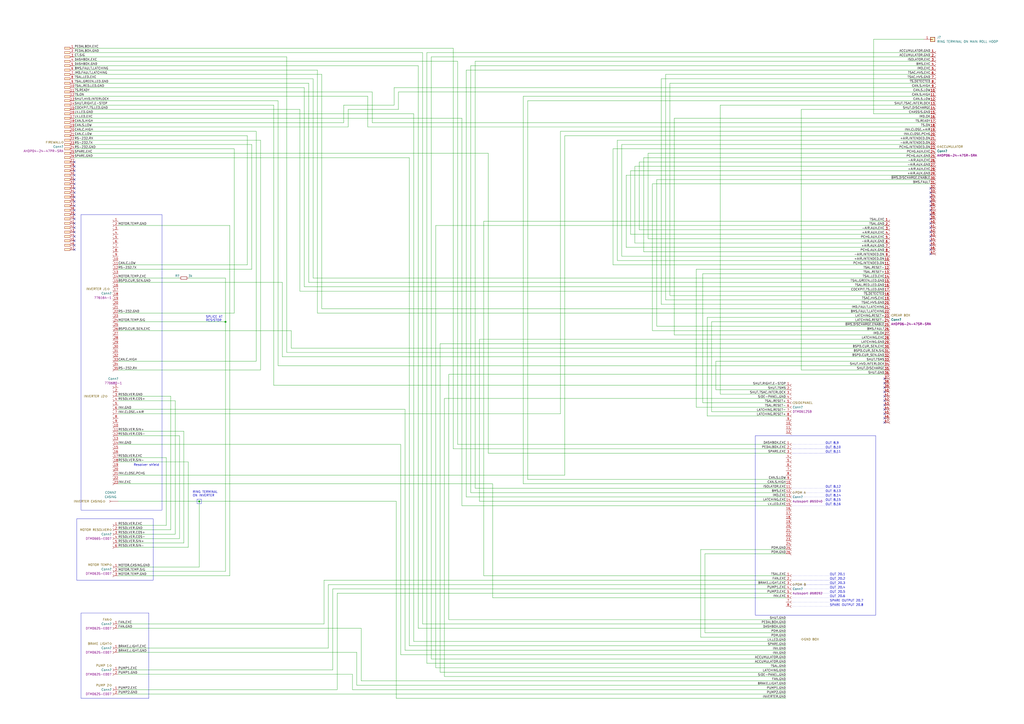
<source format=kicad_sch>
(kicad_sch (version 20231120) (generator "eeschema") (generator_version "8.0")
  (paper "A2")
  (title_block (title "LOOM - REAR"))
  (lib_symbols
    (symbol "Connector:Conn_01x01_Socket" (pin_numbers hide) (pin_names (offset 1.016) hide)
      (property "Reference" "J" (at 0 2.54 0))
      (property "Value" "Conn_01x01_Socket" (at 0 -2.54 0))
      (symbol "Conn_01x01_Socket_1_1"
        (pin passive line (at -5.08 0 0) (length 3.81) (name "Pin_1") (number "1"))
      )
    )
    (symbol "Connector_Generic:Conn_01x01" (pin_names (offset 1.016) hide)
      (property "Reference" "J" (at 0 2.54 0))
      (property "Value" "Conn_01x01" (at 0 -2.54 0))
      (symbol "Conn_01x01_1_1"
        (pin passive line (at -5.08 0 0) (length 3.81) (name "Pin_1") (number "1"))
      )
    )
    (symbol "Connectors_SUFST:AMPHENOL-47P-Pannel"
      (property "Reference" "Conn" (at 0 -1.905 0))
      (property "P/N" "AHDP04-24-47PR-SRA" (at 0 0 0))
      (symbol "AMPHENOL-47P-Pannel_1_1"
        (pin input line (at 1.905 -4.445 180) (length 2.54) (name "") (number "1"))
        (pin input line (at 1.905 -27.305 180) (length 2.54) (name "") (number "10"))
        (pin input line (at 1.905 -29.845 180) (length 2.54) (name "") (number "11"))
        (pin input line (at 1.905 -32.385 180) (length 2.54) (name "") (number "12"))
        (pin input line (at 1.905 -34.925 180) (length 2.54) (name "") (number "13"))
        (pin input line (at 1.905 -37.465 180) (length 2.54) (name "") (number "14"))
        (pin input line (at 1.905 -40.005 180) (length 2.54) (name "") (number "15"))
        (pin input line (at 1.905 -42.545 180) (length 2.54) (name "") (number "16"))
        (pin input line (at 1.905 -45.085 180) (length 2.54) (name "") (number "17"))
        (pin input line (at 1.905 -47.625 180) (length 2.54) (name "") (number "18"))
        (pin input line (at 1.905 -50.165 180) (length 2.54) (name "") (number "19"))
        (pin input line (at 1.905 -6.985 180) (length 2.54) (name "") (number "2"))
        (pin input line (at 1.905 -52.705 180) (length 2.54) (name "") (number "20"))
        (pin input line (at 1.905 -55.245 180) (length 2.54) (name "") (number "21"))
        (pin input line (at 1.905 -57.785 180) (length 2.54) (name "") (number "22"))
        (pin input line (at 1.905 -60.325 180) (length 2.54) (name "") (number "23"))
        (pin input line (at 1.905 -62.865 180) (length 2.54) (name "") (number "24"))
        (pin input line (at 1.905 -65.405 180) (length 2.54) (name "") (number "25"))
        (pin input line (at 1.905 -67.945 180) (length 2.54) (name "") (number "26"))
        (pin input line (at 1.905 -70.485 180) (length 2.54) (name "") (number "27"))
        (pin input line (at 1.905 -73.025 180) (length 2.54) (name "") (number "28"))
        (pin input line (at 1.905 -75.565 180) (length 2.54) (name "") (number "29"))
        (pin input line (at 1.905 -9.525 180) (length 2.54) (name "") (number "3"))
        (pin input line (at 1.905 -78.105 180) (length 2.54) (name "") (number "30"))
        (pin input line (at 1.905 -80.645 180) (length 2.54) (name "") (number "31"))
        (pin input line (at 1.905 -83.185 180) (length 2.54) (name "") (number "32"))
        (pin input line (at 1.905 -85.725 180) (length 2.54) (name "") (number "33"))
        (pin input line (at 1.905 -88.265 180) (length 2.54) (name "") (number "34"))
        (pin input line (at 1.905 -90.805 180) (length 2.54) (name "") (number "35"))
        (pin input line (at 1.905 -93.345 180) (length 2.54) (name "") (number "36"))
        (pin input line (at 1.905 -95.885 180) (length 2.54) (name "") (number "37"))
        (pin input line (at 1.905 -98.425 180) (length 2.54) (name "") (number "38"))
        (pin input line (at 1.905 -100.965 180) (length 2.54) (name "") (number "39"))
        (pin input line (at 1.905 -12.065 180) (length 2.54) (name "") (number "4"))
        (pin input line (at 1.905 -103.505 180) (length 2.54) (name "") (number "40"))
        (pin input line (at 1.905 -106.045 180) (length 2.54) (name "") (number "41"))
        (pin input line (at 1.905 -108.585 180) (length 2.54) (name "") (number "42"))
        (pin input line (at 1.905 -111.125 180) (length 2.54) (name "") (number "43"))
        (pin input line (at 1.905 -113.665 180) (length 2.54) (name "") (number "44"))
        (pin input line (at 1.905 -116.205 180) (length 2.54) (name "") (number "45"))
        (pin input line (at 1.905 -118.745 180) (length 2.54) (name "") (number "46"))
        (pin input line (at 1.905 -121.285 180) (length 2.54) (name "") (number "47"))
        (pin input line (at 1.905 -14.605 180) (length 2.54) (name "") (number "5"))
        (pin input line (at 1.905 -17.145 180) (length 2.54) (name "") (number "6"))
        (pin input line (at 1.905 -19.685 180) (length 2.54) (name "") (number "7"))
        (pin input line (at 1.905 -22.225 180) (length 2.54) (name "") (number "8"))
        (pin input line (at 1.905 -24.765 180) (length 2.54) (name "") (number "9"))
      )
    )
    (symbol "Connectors_SUFST:AMPHENOL-47P-Recepticle"
      (property "Reference" "Conn" (at 0 0.635 0))
      (property "P/N" "AHDP06-24-47SR-SRA" (at 0 0 0))
      (symbol "AMPHENOL-47P-Recepticle_1_1"
        (pin input line (at 0.635 -1.905 180) (length 2.54) (name "") (number "1"))
        (pin input line (at 0.635 -24.765 180) (length 2.54) (name "") (number "10"))
        (pin input line (at 0.635 -27.305 180) (length 2.54) (name "") (number "11"))
        (pin input line (at 0.635 -29.845 180) (length 2.54) (name "") (number "12"))
        (pin input line (at 0.635 -32.385 180) (length 2.54) (name "") (number "13"))
        (pin input line (at 0.635 -34.925 180) (length 2.54) (name "") (number "14"))
        (pin input line (at 0.635 -37.465 180) (length 2.54) (name "") (number "15"))
        (pin input line (at 0.635 -40.005 180) (length 2.54) (name "") (number "16"))
        (pin input line (at 0.635 -42.545 180) (length 2.54) (name "") (number "17"))
        (pin input line (at 0.635 -45.085 180) (length 2.54) (name "") (number "18"))
        (pin input line (at 0.635 -47.625 180) (length 2.54) (name "") (number "19"))
        (pin input line (at 0.635 -4.445 180) (length 2.54) (name "") (number "2"))
        (pin input line (at 0.635 -50.165 180) (length 2.54) (name "") (number "20"))
        (pin input line (at 0.635 -52.705 180) (length 2.54) (name "") (number "21"))
        (pin input line (at 0.635 -55.245 180) (length 2.54) (name "") (number "22"))
        (pin input line (at 0.635 -57.785 180) (length 2.54) (name "") (number "23"))
        (pin input line (at 0.635 -60.325 180) (length 2.54) (name "") (number "24"))
        (pin input line (at 0.635 -62.865 180) (length 2.54) (name "") (number "25"))
        (pin input line (at 0.635 -65.405 180) (length 2.54) (name "") (number "26"))
        (pin input line (at 0.635 -67.945 180) (length 2.54) (name "") (number "27"))
        (pin input line (at 0.635 -70.485 180) (length 2.54) (name "") (number "28"))
        (pin input line (at 0.635 -73.025 180) (length 2.54) (name "") (number "29"))
        (pin input line (at 0.635 -6.985 180) (length 2.54) (name "") (number "3"))
        (pin input line (at 0.635 -75.565 180) (length 2.54) (name "") (number "30"))
        (pin input line (at 0.635 -78.105 180) (length 2.54) (name "") (number "31"))
        (pin input line (at 0.635 -80.645 180) (length 2.54) (name "") (number "32"))
        (pin input line (at 0.635 -83.185 180) (length 2.54) (name "") (number "33"))
        (pin input line (at 0.635 -85.725 180) (length 2.54) (name "") (number "34"))
        (pin input line (at 0.635 -88.265 180) (length 2.54) (name "") (number "35"))
        (pin input line (at 0.635 -90.805 180) (length 2.54) (name "") (number "36"))
        (pin input line (at 0.635 -93.345 180) (length 2.54) (name "") (number "37"))
        (pin input line (at 0.635 -95.885 180) (length 2.54) (name "") (number "38"))
        (pin input line (at 0.635 -98.425 180) (length 2.54) (name "") (number "39"))
        (pin input line (at 0.635 -9.525 180) (length 2.54) (name "") (number "4"))
        (pin input line (at 0.635 -100.965 180) (length 2.54) (name "") (number "40"))
        (pin input line (at 0.635 -103.505 180) (length 2.54) (name "") (number "41"))
        (pin input line (at 0.635 -106.045 180) (length 2.54) (name "") (number "42"))
        (pin input line (at 0.635 -108.585 180) (length 2.54) (name "") (number "43"))
        (pin input line (at 0.635 -111.125 180) (length 2.54) (name "") (number "44"))
        (pin input line (at 0.635 -113.665 180) (length 2.54) (name "") (number "45"))
        (pin input line (at 0.635 -116.205 180) (length 2.54) (name "") (number "46"))
        (pin input line (at 0.635 -118.745 180) (length 2.54) (name "") (number "47"))
        (pin input line (at 0.635 -12.065 180) (length 2.54) (name "") (number "5"))
        (pin input line (at 0.635 -14.605 180) (length 2.54) (name "") (number "6"))
        (pin input line (at 0.635 -17.145 180) (length 2.54) (name "") (number "7"))
        (pin input line (at 0.635 -19.685 180) (length 2.54) (name "") (number "8"))
        (pin input line (at 0.635 -22.225 180) (length 2.54) (name "") (number "9"))
      )
    )
    (symbol "Connectors_SUFST:Conn A PDM Connector"
      (property "Reference" "Conn" (at 0 0.635 0))
      (property "P/N" "Autosport #65040" (at -0.635 4.445 0))
      (symbol "Conn A PDM Connector_1_1"
        (pin input line (at 0.635 -1.905 180) (length 2.54) (name "") (number "1"))
        (pin input line (at 0.635 -24.765 180) (length 2.54) (name "") (number "10"))
        (pin input line (at 0.635 -27.305 180) (length 2.54) (name "") (number "11"))
        (pin input line (at 0.635 -29.845 180) (length 2.54) (name "") (number "12"))
        (pin input line (at 0.635 -32.385 180) (length 2.54) (name "") (number "13"))
        (pin input line (at 0.635 -34.925 180) (length 2.54) (name "") (number "14"))
        (pin input line (at 0.635 -37.465 180) (length 2.54) (name "") (number "15"))
        (pin input line (at 0.635 -40.005 180) (length 2.54) (name "") (number "16"))
        (pin input line (at 0.635 -42.545 180) (length 2.54) (name "") (number "17"))
        (pin input line (at 0.635 -45.085 180) (length 2.54) (name "") (number "18"))
        (pin input line (at 0.635 -47.625 180) (length 2.54) (name "") (number "19"))
        (pin input line (at 0.635 -4.445 180) (length 2.54) (name "") (number "2"))
        (pin input line (at 0.635 -50.165 180) (length 2.54) (name "") (number "20"))
        (pin input line (at 0.635 -52.705 180) (length 2.54) (name "") (number "21"))
        (pin input line (at 0.635 -55.245 180) (length 2.54) (name "") (number "22"))
        (pin input line (at 0.635 -57.785 180) (length 2.54) (name "") (number "23"))
        (pin input line (at 0.635 -60.325 180) (length 2.54) (name "") (number "24"))
        (pin input line (at 0.635 -62.865 180) (length 2.54) (name "") (number "25"))
        (pin input line (at 0.635 -65.405 180) (length 2.54) (name "") (number "26"))
        (pin input line (at 0.635 -6.985 180) (length 2.54) (name "") (number "3"))
        (pin input line (at 0.635 -9.525 180) (length 2.54) (name "") (number "4"))
        (pin input line (at 0.635 -12.065 180) (length 2.54) (name "") (number "5"))
        (pin input line (at 0.635 -14.605 180) (length 2.54) (name "") (number "6"))
        (pin input line (at 0.635 -17.145 180) (length 2.54) (name "") (number "7"))
        (pin input line (at 0.635 -19.685 180) (length 2.54) (name "") (number "8"))
        (pin input line (at 0.635 -22.225 180) (length 2.54) (name "") (number "9"))
      )
    )
    (symbol "Connectors_SUFST:Conn C PDM Connector"
      (property "Reference" "Conn" (at 0 0.635 0))
      (property "P/N" "Autosport #68092" (at -0.635 4.445 0))
      (symbol "Conn C PDM Connector_1_1"
        (pin input line (at 0.635 -1.905 180) (length 2.54) (name "") (number "1"))
        (pin input line (at 0.635 -4.445 180) (length 2.54) (name "") (number "2"))
        (pin input line (at 0.635 -6.985 180) (length 2.54) (name "") (number "3"))
        (pin input line (at 0.635 -9.525 180) (length 2.54) (name "") (number "4"))
        (pin input line (at 0.635 -12.065 180) (length 2.54) (name "") (number "5"))
        (pin input line (at 0.635 -14.605 180) (length 2.54) (name "") (number "6"))
        (pin input line (at 0.635 -17.145 180) (length 2.54) (name "") (number "7"))
        (pin input line (at 0.635 -19.685 180) (length 2.54) (name "") (number "8"))
      )
    )
    (symbol "Connectors_SUFST:Deutsch_DTM_12S_Pin"
      (property "Reference" "Conn" (at 0 0.635 0))
      (property "P/N" "DTM0612SB" (at 0 0 0))
      (symbol "Deutsch_DTM_12S_Pin_1_1"
        (pin input line (at 0.635 -29.845 180) (length 2.54) (name "") (number "1"))
        (pin input line (at 0.635 -6.985 180) (length 2.54) (name "") (number "10"))
        (pin input line (at 0.635 -4.445 180) (length 2.54) (name "") (number "11"))
        (pin input line (at 0.635 -1.905 180) (length 2.54) (name "") (number "12"))
        (pin input line (at 0.635 -27.305 180) (length 2.54) (name "") (number "2"))
        (pin input line (at 0.635 -24.765 180) (length 2.54) (name "") (number "3"))
        (pin input line (at 0.635 -22.225 180) (length 2.54) (name "") (number "4"))
        (pin input line (at 0.635 -19.685 180) (length 2.54) (name "") (number "5"))
        (pin input line (at 0.635 -17.145 180) (length 2.54) (name "") (number "6"))
        (pin input line (at 0.635 -14.605 180) (length 2.54) (name "") (number "7"))
        (pin input line (at 0.635 -12.065 180) (length 2.54) (name "") (number "8"))
        (pin input line (at 0.635 -9.525 180) (length 2.54) (name "") (number "9"))
      )
    )
    (symbol "Connectors_SUFST:Deutsch_DTM_2S_Pin"
      (property "Reference" "Conn" (at 0 0.635 0))
      (property "P/N" "DTM062S-E007" (at 0 0 0))
      (symbol "Deutsch_DTM_2S_Pin_1_1"
        (pin input line (at 0.635 -4.445 180) (length 2.54) (name "") (number "1"))
        (pin input line (at 0.635 -1.905 180) (length 2.54) (name "") (number "2"))
      )
    )
    (symbol "Connectors_SUFST:Deutsch_DTM_3S_Pin"
      (property "Reference" "Conn" (at 0 0.635 0))
      (property "P/N" "DTM063S-E007" (at 0 0 0))
      (symbol "Deutsch_DTM_3S_Pin_1_1"
        (pin input line (at 0.635 -6.985 180) (length 2.54) (name "") (number "1"))
        (pin input line (at 0.635 -4.445 180) (length 2.54) (name "") (number "2"))
        (pin input line (at 0.635 -1.905 180) (length 2.54) (name "") (number "3"))
      )
    )
    (symbol "Connectors_SUFST:Deutsch_DTM_6S_Pin"
      (property "Reference" "Conn" (at 0 0.635 0))
      (property "P/N" "DTM066S-E007" (at 0 0 0))
      (symbol "Deutsch_DTM_6S_Pin_1_1"
        (pin input line (at 0.635 -14.605 180) (length 2.54) (name "") (number "1"))
        (pin input line (at 0.635 -12.065 180) (length 2.54) (name "") (number "2"))
        (pin input line (at 0.635 -9.525 180) (length 2.54) (name "") (number "3"))
        (pin input line (at 0.635 -6.985 180) (length 2.54) (name "") (number "4"))
        (pin input line (at 0.635 -4.445 180) (length 2.54) (name "") (number "5"))
        (pin input line (at 0.635 -1.905 180) (length 2.54) (name "") (number "6"))
      )
    )
    (symbol "Connectors_SUFST:J1 Inverter Connector"
      (property "Reference" "Conn" (at 0 0.635 0))
      (property "P/N" "776164-1" (at -0.635 4.445 0))
      (symbol "J1 Inverter Connector_1_1"
        (pin input line (at 0.635 -1.905 180) (length 2.54) (name "") (number "1"))
        (pin input line (at 0.635 -24.765 180) (length 2.54) (name "") (number "10"))
        (pin input line (at 0.635 -27.305 180) (length 2.54) (name "") (number "11"))
        (pin input line (at 0.635 -29.845 180) (length 2.54) (name "") (number "12"))
        (pin input line (at 0.635 -32.385 180) (length 2.54) (name "") (number "13"))
        (pin input line (at 0.635 -34.925 180) (length 2.54) (name "") (number "14"))
        (pin input line (at 0.635 -37.465 180) (length 2.54) (name "") (number "15"))
        (pin input line (at 0.635 -40.005 180) (length 2.54) (name "") (number "16"))
        (pin input line (at 0.635 -42.545 180) (length 2.54) (name "") (number "17"))
        (pin input line (at 0.635 -45.085 180) (length 2.54) (name "") (number "18"))
        (pin input line (at 0.635 -47.625 180) (length 2.54) (name "") (number "19"))
        (pin input line (at 0.635 -4.445 180) (length 2.54) (name "") (number "2"))
        (pin input line (at 0.635 -50.165 180) (length 2.54) (name "") (number "20"))
        (pin input line (at 0.635 -52.705 180) (length 2.54) (name "") (number "21"))
        (pin input line (at 0.635 -55.245 180) (length 2.54) (name "") (number "22"))
        (pin input line (at 0.635 -57.785 180) (length 2.54) (name "") (number "23"))
        (pin input line (at 0.635 -60.325 180) (length 2.54) (name "") (number "24"))
        (pin input line (at 0.635 -62.865 180) (length 2.54) (name "") (number "25"))
        (pin input line (at 0.635 -65.405 180) (length 2.54) (name "") (number "26"))
        (pin input line (at 0.635 -67.945 180) (length 2.54) (name "") (number "27"))
        (pin input line (at 0.635 -70.485 180) (length 2.54) (name "") (number "28"))
        (pin input line (at 0.635 -73.025 180) (length 2.54) (name "") (number "29"))
        (pin input line (at 0.635 -6.985 180) (length 2.54) (name "") (number "3"))
        (pin input line (at 0.635 -75.565 180) (length 2.54) (name "") (number "30"))
        (pin input line (at 0.635 -78.105 180) (length 2.54) (name "") (number "31"))
        (pin input line (at 0.635 -80.645 180) (length 2.54) (name "") (number "32"))
        (pin input line (at 0.635 -83.185 180) (length 2.54) (name "") (number "33"))
        (pin input line (at 0.635 -85.725 180) (length 2.54) (name "") (number "34"))
        (pin input line (at 0.635 -88.265 180) (length 2.54) (name "") (number "35"))
        (pin input line (at 0.635 -9.525 180) (length 2.54) (name "") (number "4"))
        (pin input line (at 0.635 -12.065 180) (length 2.54) (name "") (number "5"))
        (pin input line (at 0.635 -14.605 180) (length 2.54) (name "") (number "6"))
        (pin input line (at 0.635 -17.145 180) (length 2.54) (name "") (number "7"))
        (pin input line (at 0.635 -19.685 180) (length 2.54) (name "") (number "8"))
        (pin input line (at 0.635 -22.225 180) (length 2.54) (name "") (number "9"))
      )
    )
    (symbol "Connectors_SUFST:J2 Inverter Connector"
      (property "Reference" "Conn" (at 0 0.635 0))
      (property "P/N" "770680-1" (at 0 4.445 0))
      (symbol "J2 Inverter Connector_1_1"
        (pin input line (at 0.635 -1.905 180) (length 2.54) (name "") (number "1"))
        (pin input line (at 0.635 -24.765 180) (length 2.54) (name "") (number "10"))
        (pin input line (at 0.635 -27.305 180) (length 2.54) (name "") (number "11"))
        (pin input line (at 0.635 -29.845 180) (length 2.54) (name "") (number "12"))
        (pin input line (at 0.635 -32.385 180) (length 2.54) (name "") (number "13"))
        (pin input line (at 0.635 -34.925 180) (length 2.54) (name "") (number "14"))
        (pin input line (at 0.635 -37.465 180) (length 2.54) (name "") (number "15"))
        (pin input line (at 0.635 -40.005 180) (length 2.54) (name "") (number "16"))
        (pin input line (at 0.635 -42.545 180) (length 2.54) (name "") (number "17"))
        (pin input line (at 0.635 -45.085 180) (length 2.54) (name "") (number "18"))
        (pin input line (at 0.635 -47.625 180) (length 2.54) (name "") (number "19"))
        (pin input line (at 0.635 -4.445 180) (length 2.54) (name "") (number "2"))
        (pin input line (at 0.635 -50.165 180) (length 2.54) (name "") (number "20"))
        (pin input line (at 0.635 -52.705 180) (length 2.54) (name "") (number "21"))
        (pin input line (at 0.635 -55.245 180) (length 2.54) (name "") (number "22"))
        (pin input line (at 0.635 -57.785 180) (length 2.54) (name "") (number "23"))
        (pin input line (at 0.635 -6.985 180) (length 2.54) (name "") (number "3"))
        (pin input line (at 0.635 -9.525 180) (length 2.54) (name "") (number "4"))
        (pin input line (at 0.635 -12.065 180) (length 2.54) (name "") (number "5"))
        (pin input line (at 0.635 -14.605 180) (length 2.54) (name "") (number "6"))
        (pin input line (at 0.635 -17.145 180) (length 2.54) (name "") (number "7"))
        (pin input line (at 0.635 -19.685 180) (length 2.54) (name "") (number "8"))
        (pin input line (at 0.635 -22.225 180) (length 2.54) (name "") (number "9"))
      )
    )
    (symbol "Device:R_Small" (pin_numbers hide) (pin_names (offset 0.254) hide)
      (property "Reference" "R" (at 0.762 0.508 0))
      (property "Value" "R_Small" (at 0.762 -1.016 0))
      (symbol "R_Small_1_1"
        (pin passive line (at 0 2.54 270) (length 0.762) (name "~") (number "1"))
        (pin passive line (at 0 -2.54 90) (length 0.762) (name "~") (number "2"))
      )
    )
  )
  (junction (at 115.57 290.83))
  (junction (at 130.81 186.69))
  (no_connect (at 43.18 127))
  (no_connect (at 43.18 132.08))
  (no_connect (at 513.08 237.49))
  (no_connect (at 539.75 109.22))
  (no_connect (at 43.18 134.62))
  (no_connect (at 513.08 232.41))
  (no_connect (at 43.18 101.6))
  (no_connect (at 43.18 106.68))
  (no_connect (at 43.18 109.22))
  (no_connect (at 43.18 124.46))
  (no_connect (at 539.75 121.92))
  (no_connect (at 539.75 129.54))
  (no_connect (at 513.08 242.57))
  (no_connect (at 539.75 116.84))
  (no_connect (at 43.18 139.7))
  (no_connect (at 513.08 224.79))
  (no_connect (at 513.08 222.25))
  (no_connect (at 43.18 121.92))
  (no_connect (at 43.18 116.84))
  (no_connect (at 43.18 137.16))
  (no_connect (at 43.18 96.52))
  (no_connect (at 43.18 119.38))
  (no_connect (at 513.08 245.11))
  (no_connect (at 539.75 124.46))
  (no_connect (at 539.75 119.38))
  (no_connect (at 43.18 144.78))
  (no_connect (at 43.18 129.54))
  (no_connect (at 539.75 137.16))
  (no_connect (at 513.08 240.03))
  (no_connect (at 43.18 99.06))
  (no_connect (at 43.18 142.24))
  (no_connect (at 43.18 114.3))
  (no_connect (at 43.18 104.14))
  (no_connect (at 539.75 127))
  (no_connect (at 539.75 132.08))
  (no_connect (at 43.18 111.76))
  (no_connect (at 539.75 147.32))
  (no_connect (at 539.75 134.62))
  (no_connect (at 513.08 229.87))
  (no_connect (at 539.75 142.24))
  (no_connect (at 539.75 111.76))
  (no_connect (at 539.75 139.7))
  (no_connect (at 513.08 234.95))
  (no_connect (at 539.75 114.3))
  (no_connect (at 43.18 93.98))
  (no_connect (at 539.75 144.78))
  (no_connect (at 513.08 219.71))
  (no_connect (at 513.08 227.33))
  (wire (pts (xy 539.75 66.04) (xy 506.73 66.04)))
  (wire (pts (xy 68.58 388.62) (xy 193.04 388.62)))
  (wire (pts (xy 43.18 66.04) (xy 240.03 66.04)))
  (polyline (pts (xy 459.74 260.35) (xy 486.41 260.35)) (stroke (width 0) (type dot)))
  (wire (pts (xy 96.52 304.8) (xy 68.58 304.8)))
  (wire (pts (xy 325.12 240.03) (xy 325.12 76.2)))
  (wire (pts (xy 267.97 293.37) (xy 267.97 68.58)))
  (wire (pts (xy 215.9 53.34) (xy 215.9 71.12)))
  (wire (pts (xy 190.5 339.09) (xy 190.5 375.92)))
  (wire (pts (xy 381 104.14) (xy 381 189.23)))
  (polyline (pts (xy 459.74 336.55) (xy 486.41 336.55)) (stroke (width 0) (type dot)))
  (wire (pts (xy 207.01 378.46) (xy 68.58 378.46)))
  (wire (pts (xy 68.58 153.67) (xy 143.51 153.67)))
  (wire (pts (xy 173.99 63.5) (xy 173.99 168.91)))
  (wire (pts (xy 273.05 285.75) (xy 273.05 38.1)))
  (wire (pts (xy 240.03 372.11) (xy 455.93 372.11)))
  (wire (pts (xy 365.76 99.06) (xy 365.76 135.89)))
  (wire (pts (xy 455.93 223.52) (xy 158.75 223.52)))
  (wire (pts (xy 455.93 241.3) (xy 410.21 241.3)))
  (wire (pts (xy 358.14 151.13) (xy 358.14 81.28)))
  (wire (pts (xy 68.58 186.69) (xy 130.81 186.69)))
  (wire (pts (xy 415.29 226.06) (xy 455.93 226.06)))
  (wire (pts (xy 130.81 161.29) (xy 130.81 186.69)))
  (wire (pts (xy 285.75 346.71) (xy 285.75 280.67)))
  (wire (pts (xy 363.22 101.6) (xy 539.75 101.6)))
  (wire (pts (xy 68.58 317.5) (xy 109.22 317.5)))
  (wire (pts (xy 68.58 232.41) (xy 101.6 232.41)))
  (wire (pts (xy 455.93 392.43) (xy 257.81 392.43)))
  (wire (pts (xy 455.93 364.49) (xy 242.57 364.49)))
  (wire (pts (xy 513.08 217.17) (xy 260.35 217.17)))
  (wire (pts (xy 68.58 156.21) (xy 146.05 156.21)))
  (wire (pts (xy 135.89 86.36) (xy 135.89 181.61)))
  (wire (pts (xy 513.08 146.05) (xy 373.38 146.05)))
  (polyline (pts (xy 459.74 346.71) (xy 486.41 346.71)) (stroke (width 0) (type dot)))
  (wire (pts (xy 237.49 91.44) (xy 237.49 374.65)))
  (wire (pts (xy 391.16 68.58) (xy 539.75 68.58)))
  (wire (pts (xy 455.93 389.89) (xy 255.27 389.89)))
  (wire (pts (xy 68.58 280.67) (xy 285.75 280.67)))
  (wire (pts (xy 262.89 260.35) (xy 455.93 260.35)))
  (wire (pts (xy 265.43 257.81) (xy 265.43 35.56)))
  (wire (pts (xy 68.58 267.97) (xy 109.22 267.97)))
  (wire (pts (xy 278.13 290.83) (xy 278.13 196.85)))
  (wire (pts (xy 513.08 133.35) (xy 370.84 133.35)))
  (wire (pts (xy 43.18 71.12) (xy 199.39 71.12)))
  (wire (pts (xy 184.15 40.64) (xy 184.15 181.61)))
  (wire (pts (xy 101.6 309.88) (xy 101.6 232.41)))
  (wire (pts (xy 410.21 184.15) (xy 513.08 184.15)))
  (wire (pts (xy 168.91 201.93) (xy 168.91 191.77)))
  (polyline (pts (xy 459.74 344.17) (xy 486.41 344.17)) (stroke (width 0) (type dot)))
  (wire (pts (xy 306.07 58.42) (xy 539.75 58.42)))
  (wire (pts (xy 228.6 50.8) (xy 539.75 50.8)))
  (wire (pts (xy 391.16 194.31) (xy 391.16 68.58)))
  (wire (pts (xy 130.81 331.47) (xy 130.81 186.69)))
  (wire (pts (xy 158.75 223.52) (xy 158.75 60.96)))
  (wire (pts (xy 303.53 55.88) (xy 303.53 280.67)))
  (wire (pts (xy 388.62 48.26) (xy 539.75 48.26)))
  (wire (pts (xy 358.14 81.28) (xy 539.75 81.28)))
  (wire (pts (xy 68.58 290.83) (xy 115.57 290.83)))
  (polyline (pts (xy 459.74 293.37) (xy 486.41 293.37)) (stroke (width 0) (type dot)))
  (wire (pts (xy 186.69 179.07) (xy 186.69 43.18)))
  (wire (pts (xy 68.58 334.01) (xy 133.35 334.01)))
  (wire (pts (xy 267.97 68.58) (xy 43.18 68.58)))
  (wire (pts (xy 378.46 191.77) (xy 378.46 106.68)))
  (wire (pts (xy 415.29 209.55) (xy 415.29 226.06)))
  (wire (pts (xy 455.93 238.76) (xy 412.75 238.76)))
  (wire (pts (xy 383.54 176.53) (xy 383.54 45.72)))
  (wire (pts (xy 355.6 86.36) (xy 539.75 86.36)))
  (polyline (pts (xy 459.74 262.89) (xy 486.41 262.89)) (stroke (width 0) (type dot)))
  (wire (pts (xy 513.08 156.21) (xy 403.86 156.21)))
  (wire (pts (xy 43.18 50.8) (xy 176.53 50.8)))
  (wire (pts (xy 176.53 50.8) (xy 176.53 166.37)))
  (wire (pts (xy 255.27 199.39) (xy 513.08 199.39)))
  (wire (pts (xy 187.96 361.95) (xy 68.58 361.95)))
  (wire (pts (xy 232.41 379.73) (xy 232.41 257.81)))
  (wire (pts (xy 96.52 265.43) (xy 96.52 304.8)))
  (wire (pts (xy 163.83 207.01) (xy 513.08 207.01)))
  (polyline (pts (xy 459.74 334.01) (xy 486.41 334.01)) (stroke (width 0) (type dot)))
  (wire (pts (xy 213.36 55.88) (xy 213.36 73.66)))
  (wire (pts (xy 273.05 285.75) (xy 455.93 285.75)))
  (wire (pts (xy 68.58 257.81) (xy 232.41 257.81)))
  (wire (pts (xy 252.73 130.81) (xy 513.08 130.81)))
  (wire (pts (xy 250.19 33.02) (xy 539.75 33.02)))
  (wire (pts (xy 513.08 179.07) (xy 186.69 179.07)))
  (wire (pts (xy 68.58 314.96) (xy 106.68 314.96)))
  (wire (pts (xy 133.35 130.81) (xy 133.35 334.01)))
  (wire (pts (xy 455.93 387.35) (xy 252.73 387.35)))
  (wire (pts (xy 245.11 361.95) (xy 245.11 30.48)))
  (wire (pts (xy 184.15 181.61) (xy 513.08 181.61)))
  (wire (pts (xy 234.95 237.49) (xy 234.95 377.19)))
  (wire (pts (xy 373.38 91.44) (xy 539.75 91.44)))
  (wire (pts (xy 43.18 76.2) (xy 148.59 76.2)))
  (wire (pts (xy 265.43 35.56) (xy 43.18 35.56)))
  (wire (pts (xy 513.08 143.51) (xy 363.22 143.51)))
  (wire (pts (xy 68.58 252.73) (xy 104.14 252.73)))
  (wire (pts (xy 68.58 309.88) (xy 101.6 309.88)))
  (wire (pts (xy 68.58 191.77) (xy 168.91 191.77)))
  (wire (pts (xy 99.06 307.34) (xy 99.06 229.87)))
  (wire (pts (xy 247.65 30.48) (xy 539.75 30.48)))
  (wire (pts (xy 306.07 278.13) (xy 306.07 58.42)))
  (wire (pts (xy 375.92 88.9) (xy 539.75 88.9)))
  (wire (pts (xy 43.18 88.9) (xy 283.21 88.9)))
  (wire (pts (xy 161.29 58.42) (xy 161.29 212.09)))
  (wire (pts (xy 135.89 181.61) (xy 68.58 181.61)))
  (wire (pts (xy 151.13 81.28) (xy 151.13 214.63)))
  (wire (pts (xy 252.73 387.35) (xy 252.73 130.81)))
  (wire (pts (xy 148.59 76.2) (xy 148.59 209.55)))
  (wire (pts (xy 407.67 233.68) (xy 407.67 158.75)))
  (wire (pts (xy 187.96 336.55) (xy 455.93 336.55)))
  (wire (pts (xy 262.89 260.35) (xy 262.89 27.94)))
  (wire (pts (xy 146.05 156.21) (xy 146.05 83.82)))
  (polyline (pts (xy 459.74 257.81) (xy 486.41 257.81)) (stroke (width 0) (type dot)))
  (wire (pts (xy 513.08 173.99) (xy 386.08 173.99)))
  (wire (pts (xy 201.93 73.66) (xy 201.93 63.5)))
  (wire (pts (xy 43.18 40.64) (xy 184.15 40.64)))
  (wire (pts (xy 273.05 38.1) (xy 539.75 38.1)))
  (wire (pts (xy 255.27 389.89) (xy 255.27 199.39)))
  (wire (pts (xy 199.39 60.96) (xy 228.6 60.96)))
  (wire (pts (xy 513.08 153.67) (xy 355.6 153.67)))
  (wire (pts (xy 237.49 374.65) (xy 455.93 374.65)))
  (wire (pts (xy 166.37 33.02) (xy 166.37 204.47)))
  (wire (pts (xy 187.96 336.55) (xy 187.96 361.95)))
  (wire (pts (xy 455.93 361.95) (xy 245.11 361.95)))
  (wire (pts (xy 195.58 400.05) (xy 68.58 400.05)))
  (wire (pts (xy 412.75 186.69) (xy 513.08 186.69)))
  (wire (pts (xy 513.08 171.45) (xy 388.62 171.45)))
  (wire (pts (xy 109.22 317.5) (xy 109.22 267.97)))
  (wire (pts (xy 43.18 55.88) (xy 213.36 55.88)))
  (wire (pts (xy 242.57 364.49) (xy 242.57 38.1)))
  (wire (pts (xy 199.39 60.96) (xy 199.39 71.12)))
  (wire (pts (xy 204.47 391.16) (xy 68.58 391.16)))
  (wire (pts (xy 325.12 76.2) (xy 539.75 76.2)))
  (wire (pts (xy 231.14 63.5) (xy 231.14 53.34)))
  (wire (pts (xy 257.81 231.14) (xy 455.93 231.14)))
  (wire (pts (xy 388.62 171.45) (xy 388.62 48.26)))
  (polyline (pts (xy 459.74 290.83) (xy 486.41 290.83)) (stroke (width 0) (type dot)))
  (wire (pts (xy 539.75 63.5) (xy 464.82 63.5)))
  (polyline (pts (xy 459.74 262.89) (xy 486.41 262.89)) (stroke (width 0) (type dot)))
  (wire (pts (xy 193.04 388.62) (xy 193.04 341.63)))
  (wire (pts (xy 109.22 161.29) (xy 130.81 161.29)))
  (wire (pts (xy 275.59 35.56) (xy 539.75 35.56)))
  (wire (pts (xy 270.51 40.64) (xy 270.51 288.29)))
  (wire (pts (xy 386.08 173.99) (xy 386.08 43.18)))
  (wire (pts (xy 383.54 45.72) (xy 539.75 45.72)))
  (wire (pts (xy 245.11 30.48) (xy 43.18 30.48)))
  (wire (pts (xy 506.73 66.04) (xy 506.73 22.86)))
  (wire (pts (xy 455.93 369.57) (xy 406.4 369.57)))
  (wire (pts (xy 513.08 194.31) (xy 391.16 194.31)))
  (wire (pts (xy 278.13 290.83) (xy 455.93 290.83)))
  (wire (pts (xy 464.82 214.63) (xy 513.08 214.63)))
  (wire (pts (xy 455.93 367.03) (xy 408.94 367.03)))
  (wire (pts (xy 539.75 40.64) (xy 270.51 40.64)))
  (wire (pts (xy 513.08 161.29) (xy 181.61 161.29)))
  (polyline (pts (xy 459.74 336.55) (xy 486.41 336.55)) (stroke (width 0) (type dot)))
  (wire (pts (xy 43.18 81.28) (xy 151.13 81.28)))
  (wire (pts (xy 250.19 33.02) (xy 250.19 382.27)))
  (wire (pts (xy 455.93 293.37) (xy 267.97 293.37)))
  (wire (pts (xy 68.58 402.59) (xy 455.93 402.59)))
  (wire (pts (xy 242.57 38.1) (xy 43.18 38.1)))
  (wire (pts (xy 506.73 22.86) (xy 535.94 22.86)))
  (wire (pts (xy 176.53 166.37) (xy 513.08 166.37)))
  (wire (pts (xy 360.68 148.59) (xy 360.68 83.82)))
  (wire (pts (xy 455.93 382.27) (xy 250.19 382.27)))
  (wire (pts (xy 283.21 262.89) (xy 283.21 88.9)))
  (wire (pts (xy 195.58 344.17) (xy 195.58 400.05)))
  (wire (pts (xy 327.66 78.74) (xy 327.66 275.59)))
  (wire (pts (xy 455.93 400.05) (xy 204.47 400.05)))
  (wire (pts (xy 228.6 50.8) (xy 228.6 60.96)))
  (wire (pts (xy 207.01 397.51) (xy 207.01 378.46)))
  (wire (pts (xy 455.93 379.73) (xy 232.41 379.73)))
  (wire (pts (xy 68.58 130.81) (xy 133.35 130.81)))
  (wire (pts (xy 378.46 106.68) (xy 539.75 106.68)))
  (polyline (pts (xy 459.74 283.21) (xy 486.41 283.21)) (stroke (width 0) (type dot)))
  (wire (pts (xy 209.55 394.97) (xy 209.55 364.49)))
  (wire (pts (xy 513.08 191.77) (xy 378.46 191.77)))
  (wire (pts (xy 186.69 43.18) (xy 43.18 43.18)))
  (wire (pts (xy 455.93 344.17) (xy 195.58 344.17)))
  (wire (pts (xy 455.93 262.89) (xy 283.21 262.89)))
  (wire (pts (xy 163.83 163.83) (xy 163.83 207.01)))
  (wire (pts (xy 146.05 83.82) (xy 43.18 83.82)))
  (wire (pts (xy 260.35 359.41) (xy 455.93 359.41)))
  (polyline (pts (xy 459.74 349.25) (xy 486.41 349.25)) (stroke (width 0) (type dot)))
  (wire (pts (xy 229.87 405.13) (xy 229.87 290.83)))
  (wire (pts (xy 68.58 240.03) (xy 325.12 240.03)))
  (wire (pts (xy 370.84 133.35) (xy 370.84 93.98)))
  (polyline (pts (xy 459.74 285.75) (xy 486.41 285.75)) (stroke (width 0) (type dot)))
  (wire (pts (xy 306.07 278.13) (xy 455.93 278.13)))
  (wire (pts (xy 513.08 201.93) (xy 168.91 201.93)))
  (wire (pts (xy 68.58 275.59) (xy 327.66 275.59)))
  (wire (pts (xy 280.67 334.01) (xy 280.67 128.27)))
  (wire (pts (xy 43.18 78.74) (xy 143.51 78.74)))
  (wire (pts (xy 68.58 161.29) (xy 104.14 161.29)))
  (wire (pts (xy 265.43 257.81) (xy 455.93 257.81)))
  (wire (pts (xy 260.35 217.17) (xy 260.35 359.41)))
  (wire (pts (xy 408.94 321.31) (xy 455.93 321.31)))
  (wire (pts (xy 43.18 58.42) (xy 161.29 58.42)))
  (wire (pts (xy 513.08 151.13) (xy 358.14 151.13)))
  (wire (pts (xy 539.75 71.12) (xy 215.9 71.12)))
  (wire (pts (xy 201.93 73.66) (xy 43.18 73.66)))
  (wire (pts (xy 68.58 307.34) (xy 99.06 307.34)))
  (wire (pts (xy 455.93 384.81) (xy 247.65 384.81)))
  (wire (pts (xy 455.93 339.09) (xy 190.5 339.09)))
  (wire (pts (xy 403.86 236.22) (xy 455.93 236.22)))
  (wire (pts (xy 407.67 158.75) (xy 513.08 158.75)))
  (wire (pts (xy 213.36 73.66) (xy 539.75 73.66)))
  (wire (pts (xy 275.59 283.21) (xy 455.93 283.21)))
  (wire (pts (xy 179.07 163.83) (xy 179.07 48.26)))
  (wire (pts (xy 539.75 60.96) (xy 417.83 60.96)))
  (wire (pts (xy 373.38 146.05) (xy 373.38 91.44)))
  (wire (pts (xy 43.18 33.02) (xy 166.37 33.02)))
  (wire (pts (xy 115.57 328.93) (xy 68.58 328.93)))
  (wire (pts (xy 179.07 48.26) (xy 43.18 48.26)))
  (wire (pts (xy 181.61 161.29) (xy 181.61 45.72)))
  (wire (pts (xy 539.75 99.06) (xy 365.76 99.06)))
  (wire (pts (xy 513.08 204.47) (xy 166.37 204.47)))
  (wire (pts (xy 513.08 189.23) (xy 381 189.23)))
  (wire (pts (xy 43.18 63.5) (xy 173.99 63.5)))
  (wire (pts (xy 513.08 138.43) (xy 375.92 138.43)))
  (wire (pts (xy 106.68 314.96) (xy 106.68 250.19)))
  (wire (pts (xy 115.57 290.83) (xy 115.57 328.93)))
  (wire (pts (xy 247.65 30.48) (xy 247.65 384.81)))
  (wire (pts (xy 513.08 176.53) (xy 383.54 176.53)))
  (wire (pts (xy 43.18 53.34) (xy 215.9 53.34)))
  (wire (pts (xy 229.87 290.83) (xy 115.57 290.83)))
  (polyline (pts (xy 459.74 339.09) (xy 486.41 339.09)) (stroke (width 0) (type dot)))
  (wire (pts (xy 539.75 78.74) (xy 327.66 78.74)))
  (wire (pts (xy 204.47 400.05) (xy 204.47 391.16)))
  (wire (pts (xy 513.08 163.83) (xy 179.07 163.83)))
  (wire (pts (xy 43.18 86.36) (xy 135.89 86.36)))
  (wire (pts (xy 368.3 140.97) (xy 368.3 96.52)))
  (wire (pts (xy 43.18 91.44) (xy 237.49 91.44)))
  (wire (pts (xy 375.92 138.43) (xy 375.92 88.9)))
  (wire (pts (xy 275.59 283.21) (xy 275.59 35.56)))
  (wire (pts (xy 68.58 364.49) (xy 209.55 364.49)))
  (wire (pts (xy 370.84 93.98) (xy 539.75 93.98)))
  (wire (pts (xy 161.29 212.09) (xy 513.08 212.09)))
  (wire (pts (xy 257.81 392.43) (xy 257.81 231.14)))
  (wire (pts (xy 280.67 128.27) (xy 513.08 128.27)))
  (wire (pts (xy 513.08 209.55) (xy 415.29 209.55)))
  (wire (pts (xy 455.93 397.51) (xy 207.01 397.51)))
  (polyline (pts (xy 459.74 260.35) (xy 486.41 260.35)) (stroke (width 0) (type dot)))
  (wire (pts (xy 464.82 63.5) (xy 464.82 214.63)))
  (polyline (pts (xy 459.74 288.29) (xy 486.41 288.29)) (stroke (width 0) (type dot)))
  (wire (pts (xy 455.93 405.13) (xy 229.87 405.13)))
  (wire (pts (xy 365.76 135.89) (xy 513.08 135.89)))
  (wire (pts (xy 68.58 209.55) (xy 148.59 209.55)))
  (wire (pts (xy 104.14 312.42) (xy 104.14 252.73)))
  (wire (pts (xy 368.3 96.52) (xy 539.75 96.52)))
  (wire (pts (xy 181.61 45.72) (xy 43.18 45.72)))
  (wire (pts (xy 412.75 238.76) (xy 412.75 186.69)))
  (wire (pts (xy 68.58 265.43) (xy 96.52 265.43)))
  (wire (pts (xy 403.86 156.21) (xy 403.86 236.22)))
  (wire (pts (xy 68.58 250.19) (xy 106.68 250.19)))
  (wire (pts (xy 262.89 27.94) (xy 43.18 27.94)))
  (wire (pts (xy 173.99 168.91) (xy 513.08 168.91)))
  (wire (pts (xy 280.67 334.01) (xy 455.93 334.01)))
  (wire (pts (xy 360.68 83.82) (xy 539.75 83.82)))
  (wire (pts (xy 68.58 312.42) (xy 104.14 312.42)))
  (wire (pts (xy 408.94 367.03) (xy 408.94 321.31)))
  (wire (pts (xy 386.08 43.18) (xy 539.75 43.18)))
  (wire (pts (xy 455.93 394.97) (xy 209.55 394.97)))
  (wire (pts (xy 417.83 228.6) (xy 455.93 228.6)))
  (wire (pts (xy 68.58 163.83) (xy 163.83 163.83)))
  (polyline (pts (xy 459.74 351.79) (xy 486.41 351.79)) (stroke (width 0) (type dot)))
  (wire (pts (xy 513.08 140.97) (xy 368.3 140.97)))
  (wire (pts (xy 381 104.14) (xy 539.75 104.14)))
  (wire (pts (xy 406.4 369.57) (xy 406.4 318.77)))
  (wire (pts (xy 513.08 148.59) (xy 360.68 148.59)))
  (wire (pts (xy 406.4 318.77) (xy 455.93 318.77)))
  (wire (pts (xy 278.13 196.85) (xy 513.08 196.85)))
  (wire (pts (xy 201.93 63.5) (xy 231.14 63.5)))
  (wire (pts (xy 68.58 214.63) (xy 151.13 214.63)))
  (wire (pts (xy 539.75 55.88) (xy 303.53 55.88)))
  (polyline (pts (xy 459.74 341.63) (xy 486.41 341.63)) (stroke (width 0) (type dot)))
  (wire (pts (xy 240.03 66.04) (xy 240.03 372.11)))
  (polyline (pts (xy 459.74 339.09) (xy 486.41 339.09)) (stroke (width 0) (type dot)))
  (wire (pts (xy 270.51 288.29) (xy 455.93 288.29)))
  (wire (pts (xy 455.93 233.68) (xy 407.67 233.68)))
  (wire (pts (xy 158.75 60.96) (xy 43.18 60.96)))
  (wire (pts (xy 455.93 377.19) (xy 234.95 377.19)))
  (wire (pts (xy 68.58 331.47) (xy 130.81 331.47)))
  (wire (pts (xy 363.22 143.51) (xy 363.22 101.6)))
  (wire (pts (xy 303.53 280.67) (xy 455.93 280.67)))
  (wire (pts (xy 68.58 229.87) (xy 99.06 229.87)))
  (wire (pts (xy 410.21 241.3) (xy 410.21 184.15)))
  (wire (pts (xy 68.58 237.49) (xy 234.95 237.49)))
  (wire (pts (xy 231.14 53.34) (xy 539.75 53.34)))
  (wire (pts (xy 355.6 153.67) (xy 355.6 86.36)))
  (wire (pts (xy 193.04 341.63) (xy 455.93 341.63)))
  (wire (pts (xy 285.75 346.71) (xy 455.93 346.71)))
  (wire (pts (xy 417.83 60.96) (xy 417.83 228.6)))
  (wire (pts (xy 190.5 375.92) (xy 68.58 375.92)))
  (wire (pts (xy 143.51 78.74) (xy 143.51 153.67)))
  (rectangle (start 46.99 355.6) (end 86.36 405.13))
  (rectangle (start 438.15 252.73) (end 508 356.87))
  (rectangle (start 114.3 289.56) (end 116.84 292.1))
  (rectangle (start 46.99 124.46) (end 93.98 295.91))
  (rectangle (start 44.45 300.99) (end 88.9 336.55))
  (text "OUT 8.12" (at 478.79 283.21 0) (effects (font (size 1.27 1.27)) (justify left bottom)))
  (text "Resolver shield" (at 77.47 270.51 0) (effects (font (size 1.27 1.27)) (justify left bottom)))
  (text "OUT 8.11" (at 478.79 262.89 0) (effects (font (size 1.27 1.27)) (justify left bottom)))
  (text "SPLICE AT\nRESISTOR" (at 119.38 186.69 0) (effects (font (size 1.27 1.27)) (justify left bottom)))
  (text "OUT 8.15" (at 478.79 290.83 0) (effects (font (size 1.27 1.27)) (justify left bottom)))
  (text "OUT 20.4" (at 481.33 341.63 0) (effects (font (size 1.27 1.27)) (justify left bottom)))
  (text "OUT 20.6" (at 481.33 346.71 0) (effects (font (size 1.27 1.27)) (justify left bottom)))
  (text "OUT 20.3" (at 481.33 339.09 0) (effects (font (size 1.27 1.27)) (justify left bottom)))
  (text "OUT 8.13" (at 478.79 285.75 0) (effects (font (size 1.27 1.27)) (justify left bottom)))
  (text "RING TERMINAL\nON INVERTER" (at 111.76 288.29 0) (effects (font (size 1.27 1.27)) (justify left bottom)))
  (text "OUT 20.2" (at 481.33 336.55 0) (effects (font (size 1.27 1.27)) (justify left bottom)))
  (text "SPARE OUTPUT 20.7" (at 481.33 349.25 0) (effects (font (size 1.27 1.27)) (justify left bottom)))
  (text "OUT 8.10" (at 478.79 260.35 0) (effects (font (size 1.27 1.27)) (justify left bottom)))
  (text "OUT 8.9" (at 478.79 257.81 0) (effects (font (size 1.27 1.27)) (justify left bottom)))
  (text "OUT 8.14" (at 478.79 288.29 0) (effects (font (size 1.27 1.27)) (justify left bottom)))
  (text "OUT 20.5" (at 481.33 344.17 0) (effects (font (size 1.27 1.27)) (justify left bottom)))
  (text "OUT 8.16" (at 478.79 293.37 0) (effects (font (size 1.27 1.27)) (justify left bottom)))
  (text "SPARE OUTPUT 20.8" (at 481.33 351.79 0) (effects (font (size 1.27 1.27)) (justify left bottom)))
  (text "OUT 20.1" (at 481.33 334.01 0) (effects (font (size 1.27 1.27)) (justify left bottom)))
  (label "PUMP2.GND" (at 68.58 402.59 0))
  (label "LV.LED.EXC" (at 43.18 68.58 0))
  (label "SHUT.DISCHARGE" (at 539.75 63.5 180))
  (label "TSAC.HVS.GND" (at 513.08 176.53 180))
  (label "LATCHING.GND" (at 455.93 389.89 180))
  (label "TS.ON" (at 539.75 73.66 180))
  (label "IMD.EXC" (at 455.93 288.29 180))
  (label "PEDALBOX.GND" (at 43.18 30.48 0))
  (label "BSPD.CUR_SEN.EXC" (at 68.58 191.77 0))
  (label "CAN.S.LOW" (at 539.75 53.34 180))
  (label "PDM.GND" (at 455.93 367.03 180))
  (label "MOTOR.TEMP.SIG" (at 68.58 331.47 0))
  (label "RESOLVER.GND" (at 68.58 229.87 0))
  (label "PCHG.AUX.EXC" (at 539.75 88.9 180))
  (label "PEDALBOX.EXC" (at 43.18 27.94 0))
  (label "-AIR.INTENDED.ON" (at 539.75 83.82 180))
  (label "BMS.FAULT.LATCHING" (at 513.08 181.61 180))
  (label "PDM.GND" (at 455.93 369.57 180))
  (label "+AIR.AUX.EXC" (at 513.08 135.89 180))
  (label "LATCHING.RESET-" (at 455.93 238.76 180))
  (label "SPARE.EXC" (at 43.18 88.9 0))
  (label "SHUT.GND" (at 513.08 217.17 180))
  (label "RS-232.RX" (at 43.18 81.28 0))
  (label "PUMP1.EXC" (at 455.93 341.63 180))
  (label "+AIR.INTENDED.ON" (at 513.08 151.13 180))
  (label "-AIR.AUX.GND" (at 513.08 140.97 180))
  (label "BRAKE.LIGHT.EXC" (at 455.93 339.09 180))
  (label "SHUT.TSMS" (at 513.08 209.55 180))
  (label "TSAL.RESET-" (at 455.93 236.22 180))
  (label "TSAL.GREEN.LED.GND" (at 43.18 48.26 0))
  (label "TS.READY" (at 539.75 71.12 180))
  (label "LATCHING.GND" (at 513.08 199.39 180))
  (label "PCHG.AUX.EXC" (at 513.08 138.43 180))
  (label "BRAKE.LIGHT.GND" (at 455.93 397.51 180))
  (label "PEDALBOX.GND" (at 455.93 361.95 180))
  (label "LV.LED.EXC" (at 455.93 293.37 180))
  (label "SIDE-PANEL.GND" (at 455.93 392.43 180))
  (label "ACCUMULATOR.GND" (at 455.93 382.27 180))
  (label "SHUT.TSAC.INTERLOCK" (at 539.75 60.96 180))
  (label "MOTOR.TEMP.EXC" (at 68.58 161.29 0))
  (label "FAN.EXC" (at 455.93 336.55 180))
  (label "RESOLVER.COS-" (at 68.58 312.42 0))
  (label "TSAL.LED.EXC" (at 513.08 161.29 180))
  (label "~{BMS.DISCHARGE.ENABLE}" (at 539.75 104.14 180))
  (label "MOTOR.TEMP.GND" (at 68.58 130.81 0))
  (label "CAN.C.HIGH" (at 43.18 76.2 0))
  (label "CAN.S.HIGH" (at 43.18 71.12 0))
  (label "RS-232.GND" (at 43.18 86.36 0))
  (label "PUMP2.EXC" (at 68.58 400.05 0))
  (label "BSPD.CUR_SEN.GND" (at 68.58 163.83 0))
  (label "INV.GND" (at 68.58 257.81 0))
  (label "ACCUMULATOR.GND" (at 539.75 33.02 180))
  (label "+AIR.AUX.GND" (at 539.75 101.6 180))
  (label "CAN.S.LOW" (at 43.18 73.66 0))
  (label "INV.CLOSE.PCHG" (at 539.75 78.74 180))
  (label "RS-232.TX" (at 68.58 156.21 0))
  (label "ACCUMULATOR.GND" (at 455.93 384.81 180))
  (label "LATCHING.RESET+" (at 513.08 184.15 180))
  (label "-AIR.AUX.EXC" (at 513.08 133.35 180))
  (label "RESOLVER.GND" (at 68.58 307.34 0))
  (label "DASHBOX.GND" (at 43.18 38.1 0))
  (label "TS.READY" (at 43.18 53.34 0))
  (label "TSAL.RESET-" (at 513.08 156.21 180))
  (label "CT.SIG" (at 43.18 33.02 0))
  (label "RESOLVER.EXC" (at 68.58 265.43 0))
  (label "RS-232.RX" (at 68.58 214.63 0))
  (label "RESOLVER.SIN-" (at 68.58 267.97 0))
  (label "ISOLATOR.EXC" (at 455.93 283.21 180))
  (label "~{BMS.DISCHARGE.ENABLE}" (at 513.08 189.23 180))
  (label "BSPD.CUR_SEN.SIG" (at 513.08 204.47 180))
  (label "SPARE.GND" (at 455.93 374.65 180))
  (label "TS.ON" (at 43.18 55.88 0))
  (label "PUMP2.GND" (at 455.93 402.59 180))
  (label "RESOLVER.COS+" (at 68.58 309.88 0))
  (label "~{TS.DETECTED}" (at 513.08 171.45 180))
  (label "BMS.FAULT" (at 539.75 106.68 180))
  (label "DASHBOX.EXC" (at 43.18 35.56 0))
  (label "INV.EXC" (at 68.58 280.67 0))
  (label "SHUT.HVD.INTERLOCK" (at 43.18 58.42 0))
  (label "MOTOR.TEMP.SIG" (at 68.58 186.69 0))
  (label "PCHG.INTENDED.ON" (at 539.75 86.36 180))
  (label "SHUT.TSAC.INTERLOCK" (at 455.93 228.6 180))
  (label "PCHG.INTENDED.ON" (at 513.08 153.67 180))
  (label "TSAL.LED.EXC" (at 43.18 45.72 0))
  (label "RESOLVER.EXC" (at 68.58 304.8 0))
  (label "TSAL.RED.LED.GND" (at 43.18 50.8 0))
  (label "BMS.FAULT.LATCHING" (at 43.18 40.64 0))
  (label "LV.LED.GND" (at 43.18 66.04 0))
  (label "TSAL.GND" (at 513.08 130.81 180))
  (label "PUMP1.EXC" (at 68.58 388.62 0))
  (label "INV.GND" (at 68.58 237.49 0))
  (label "INV.CLOSE.PCHG" (at 68.58 275.59 0))
  (label "PDM.GND" (at 455.93 318.77 180))
  (label "TSAC.HVS.GND" (at 539.75 45.72 180))
  (label "~{TS.DETECTED}" (at 539.75 48.26 180))
  (label "MOTOR.CASING.GND" (at 68.58 328.93 0))
  (label "FAN.EXC" (at 68.58 361.95 0))
  (label "SHUT.RIGHT.E-STOP" (at 455.93 223.52 180))
  (label "INV.CLOSE.+AIR" (at 539.75 76.2 180))
  (label "IMD.OK" (at 539.75 68.58 180))
  (label "ACCUMULATOR.GND" (at 539.75 30.48 180))
  (label "RESOLVER.SIN-" (at 68.58 317.5 0))
  (label "TSAL.GREEN.LED.GND" (at 513.08 163.83 180))
  (label "SPARE.EXC" (at 455.93 262.89 180))
  (label "SIDE-PANEL.GND" (at 455.93 231.14 180))
  (label "SHUT.RIGHT.E-STOP" (at 43.18 60.96 0))
  (label "INVERTER.GND" (at 455.93 405.13 180))
  (label "SHUT.HVD.INTERLOCK" (at 513.08 212.09 180))
  (label "TSAL.RED.LED.GND" (at 513.08 166.37 180))
  (label "TSAC.HVS.EXC" (at 539.75 43.18 180))
  (label "INV.EXC" (at 455.93 346.71 180))
  (label "CAN.S.HIGH" (at 539.75 55.88 180))
  (label "+AIR.INTENDED.ON" (at 539.75 81.28 180))
  (label "LATCHING.RESET-" (at 513.08 186.69 180))
  (label "TSAL.EXC" (at 455.93 334.01 180))
  (label "PCHG.AUX.GND" (at 539.75 91.44 180))
  (label "BRAKE.LIGHT.GND" (at 68.58 378.46 0))
  (label "RESOLVER.COS-" (at 68.58 252.73 0))
  (label "PEDALBOX.EXC" (at 455.93 260.35 180))
  (label "BMS.EXC" (at 455.93 285.75 180))
  (label "DASHBOX.GND" (at 455.93 364.49 180))
  (label "RESOLVER.SIN+" (at 68.58 314.96 0))
  (label "COCKPIT.TS.LED.GND" (at 43.18 63.5 0))
  (label "SPARE.GND" (at 43.18 91.44 0))
  (label "FAN.GND" (at 455.93 394.97 180))
  (label "CAN.S.HIGH" (at 539.75 50.8 180))
  (label "MOTOR.TEMP.GND" (at 68.58 334.01 0))
  (label "INV.GND" (at 455.93 377.19 180))
  (label "IMD.EXC" (at 539.75 40.64 180))
  (label "IMD.FAULT.LATCHING" (at 513.08 179.07 180))
  (label "CAN.C.LOW" (at 43.18 78.74 0))
  (label "IMD.FAULT.LATCHING" (at 43.18 43.18 0))
  (label "IMD.OK" (at 513.08 194.31 180))
  (label "TSAL.EXC" (at 513.08 128.27 180))
  (label "SHUT.TSMS" (at 455.93 226.06 180))
  (label "LATCHING.EXC" (at 455.93 290.83 180))
  (label "CAN.C.LOW" (at 68.58 153.67 0))
  (label "BSPD.CUR_SEN.EXC" (at 513.08 201.93 180))
  (label "PUMP1.GND" (at 68.58 391.16 0))
  (label "LATCHING.EXC" (at 513.08 196.85 180))
  (label "FAN.GND" (at 68.58 364.49 0))
  (label "+AIR.AUX.EXC" (at 539.75 99.06 180))
  (label "INV.CLOSE.+AIR" (at 68.58 240.03 0))
  (label "RS-232.GND" (at 68.58 181.61 0))
  (label "CAN.S.HIGH" (at 455.93 280.67 180))
  (label "BMS.FAULT" (at 513.08 191.77 180))
  (label "PUMP2.EXC" (at 455.93 344.17 180))
  (label "CAN.S.LOW" (at 455.93 278.13 180))
  (label "+AIR.AUX.GND" (at 513.08 143.51 180))
  (label "RS-232.TX" (at 43.18 83.82 0))
  (label "RESOLVER.COS+" (at 68.58 232.41 0))
  (label "SHUT.DISCHARGE" (at 513.08 214.63 180))
  (label "CHASSIS.GND" (at 539.75 66.04 180))
  (label "BSPD.CUR_SEN.GND" (at 513.08 207.01 180))
  (label "-AIR.AUX.EXC" (at 539.75 93.98 180))
  (label "TSAL.GND" (at 455.93 387.35 180))
  (label "TSAL.RESET+" (at 513.08 158.75 180))
  (label "PDM.GND" (at 455.93 321.31 180))
  (label "BMS.EXC" (at 539.75 38.1 180))
  (label "PUMP1.GND" (at 455.93 400.05 180))
  (label "DASHBOX.EXC" (at 455.93 257.81 180))
  (label "LV.LED.GND" (at 455.93 372.11 180))
  (label "BRAKE.LIGHT.EXC" (at 68.58 375.92 0))
  (label "CAN.S.LOW" (at 539.75 58.42 180))
  (label "ISOLATOR.EXC" (at 539.75 35.56 180))
  (label "RESOLVER.SIN+" (at 68.58 250.19 0))
  (label "CAN.C.HIGH" (at 68.58 209.55 0))
  (label "TSAL.RESET+" (at 455.93 233.68 180))
  (label "-AIR.AUX.GND" (at 539.75 96.52 180))
  (label "COCKPIT.TS.LED.GND" (at 513.08 168.91 180))
  (label "INV.GND" (at 455.93 379.73 180))
  (label "TSAC.HVS.EXC" (at 513.08 173.99 180))
  (label "-AIR.INTENDED.ON" (at 513.08 148.59 180))
  (label "LATCHING.RESET+" (at 455.93 241.3 180))
  (label "SHUT.GND" (at 455.93 359.41 180))
  (label "PCHG.AUX.GND" (at 513.08 146.05 180))
  (hierarchical_label "FAN" (shape bidirectional) (at 64.77 359.41 180))
  (hierarchical_label "BRAKE LIGHT" (shape bidirectional) (at 64.77 373.38 180))
  (hierarchical_label "PUMP 2" (shape bidirectional) (at 64.77 397.51 180))
  (hierarchical_label "INVERTER J2" (shape bidirectional) (at 62.23 229.87 180))
  (hierarchical_label "PUMP 1" (shape bidirectional) (at 64.77 386.08 180))
  (hierarchical_label "MOTOR RESOLVER" (shape bidirectional) (at 64.77 307.34 180))
  (hierarchical_label "INVERTER J1" (shape bidirectional) (at 63.5 167.64 180))
  (hierarchical_label "PDM A" (shape bidirectional) (at 459.74 285.75 0))
  (hierarchical_label "GND BOX" (shape bidirectional) (at 464.82 370.84 0))
  (hierarchical_label "ACCUMULATOR" (shape bidirectional) (at 543.56 85.09 0))
  (hierarchical_label "FIREWALL" (shape bidirectional) (at 36.83 82.55 180))
  (hierarchical_label "PDM B" (shape bidirectional) (at 459.74 339.09 0))
  (hierarchical_label "SIDEPANEL" (shape input) (at 459.74 233.68 0))
  (hierarchical_label "MOTOR TEMP" (shape bidirectional) (at 64.77 327.66 180))
  (hierarchical_label "INVERTER CASING" (shape bidirectional) (at 60.96 290.83 180))
  (hierarchical_label "REAR BOX" (shape input) (at 516.89 182.88 0))
  (symbol (lib_id "Connectors_SUFST:Deutsch_DTM_6S_Pin") (at 67.945 319.405 0) (mirror x) (unit 1)
    (property "Reference" "Conn?" (at 64.77 309.8796 0) (effects (justify right)))
    (property "Value" "Deutsch_DTM_6S_Pin" (effects (hide yes)))
    (property "P/N" "DTM066S-E007" (at 64.77 312.4196 0) (effects (justify right)))
  )
  (symbol (lib_id "Connectors_SUFST:AMPHENOL-47P-Recepticle") (at 513.715 126.365 0) (mirror y) (unit 1)
    (property "Reference" "Conn?" (at 516.89 185.4207 0) (effects (justify right)))
    (property "Value" "AMPHENOL-47P-Recepticle" (effects (hide yes)))
    (property "P/N" "AHDP06-24-47SR-SRA" (at 516.89 187.9607 0) (effects (justify right)))
  )
  (symbol (lib_id "Connectors_SUFST:Deutsch_DTM_12S_Pin") (at 456.565 253.365 180) (unit 1)
    (property "Reference" "Conn?" (at 459.74 236.2196 0) (effects (justify right)))
    (property "Value" "Deutsch_DTM_12S_Pin" (effects (hide yes)))
    (property "P/N" "DTM0612SB" (at 459.74 238.7596 0) (effects (justify right)))
  )
  (symbol (lib_id "Connectors_SUFST:AMPHENOL-47P-Recepticle") (at 540.385 28.575 0) (mirror y) (unit 1)
    (property "Reference" "Conn?" (at 543.56 87.6307 0) (effects (justify right)))
    (property "Value" "AMPHENOL-47P-Recepticle" (effects (hide yes)))
    (property "P/N" "AHDP06-24-47SR-SRA" (at 543.56 90.1707 0) (effects (justify right)))
  )
  (symbol (lib_id "Connector:Conn_01x01_Socket") (at 63.5 290.83 0) (mirror y) (unit 1)
    (property "Reference" "CONN?" (at 64.135 285.75 0))
    (property "Value" "CASING" (at 64.135 288.29 0))
  )
  (symbol (lib_id "Connectors_SUFST:J2 Inverter Connector") (at 67.945 222.885 0) (unit 1)
    (property "Reference" "Conn?" (at 65.7271 219.71 0))
    (property "Value" "J2 Inverter Connector" (effects (hide yes)))
    (property "P/N" "770680-1" (at 65.7271 222.25 0))
  )
  (symbol (lib_id "Connector_Generic:Conn_01x01") (at 541.02 22.86 0) (unit 1)
    (property "Reference" "J?" (at 543.56 21.59 0) (effects (justify left)))
    (property "Value" "RING TERMINAL ON MAIN ROLL HOOP" (at 543.56 24.13 0) (effects (justify left)))
  )
  (symbol (lib_id "Connectors_SUFST:AMPHENOL-47P-Pannel") (at 41.275 23.495 0) (unit 1)
    (property "Reference" "Conn?" (at 36.83 85.09 0) (effects (justify right)))
    (property "Value" "AMPHENOL-47P-Pannel" (effects (hide yes)))
    (property "P/N" "AHDP04-24-47PR-SRA" (at 36.83 87.63 0) (effects (justify right)))
  )
  (symbol (lib_id "Connectors_SUFST:Conn C PDM Connector") (at 456.565 332.105 0) (mirror y) (unit 1)
    (property "Reference" "Conn?" (at 459.74 341.6304 0) (effects (justify right)))
    (property "Value" "Conn C PDM Connector" (effects (hide yes)))
    (property "P/N" "Autosport #68092" (at 459.74 344.1704 0) (effects (justify right)))
  )
  (symbol (lib_id "Connectors_SUFST:Deutsch_DTM_3S_Pin") (at 67.945 335.915 0) (mirror x) (unit 1)
    (property "Reference" "Conn?" (at 64.77 330.1996 0) (effects (justify right)))
    (property "Value" "Deutsch_DTM_3S_Pin" (effects (hide yes)))
    (property "P/N" "DTM063S-E007" (at 64.77 332.7396 0) (effects (justify right)))
  )
  (symbol (lib_id "Connectors_SUFST:Conn A PDM Connector") (at 456.565 255.905 0) (mirror y) (unit 1)
    (property "Reference" "Conn?" (at 459.74 288.2904 0) (effects (justify right)))
    (property "Value" "Conn A PDM Connector" (effects (hide yes)))
    (property "P/N" "Autosport #65040" (at 459.74 290.8304 0) (effects (justify right)))
  )
  (symbol (lib_id "Connectors_SUFST:Deutsch_DTM_2S_Pin") (at 67.945 366.395 0) (mirror x) (unit 1)
    (property "Reference" "Conn?" (at 64.77 361.9496 0) (effects (justify right)))
    (property "Value" "Deutsch_DTM_2S_Pin" (effects (hide yes)))
    (property "P/N" "DTM062S-E007" (at 64.77 364.4896 0) (effects (justify right)))
  )
  (symbol (lib_id "Connectors_SUFST:J1 Inverter Connector") (at 67.945 126.365 0) (unit 1)
    (property "Reference" "Conn?" (at 64.77 170.1807 0) (effects (justify right)))
    (property "Value" "J1 Inverter Connector" (effects (hide yes)))
    (property "P/N" "776164-1" (at 64.77 172.7207 0) (effects (justify right)))
  )
  (symbol (lib_id "Device:R_Small") (at 106.68 161.29 90) (unit 1)
    (property "Reference" "R?" (at 102.87 160.02 90))
    (property "Value" "3k" (at 110.49 160.02 90))
  )
  (symbol (lib_id "Connectors_SUFST:Deutsch_DTM_2S_Pin") (at 67.945 393.065 0) (mirror x) (unit 1)
    (property "Reference" "Conn?" (at 64.77 388.6196 0) (effects (justify right)))
    (property "Value" "Deutsch_DTM_2S_Pin" (effects (hide yes)))
    (property "P/N" "DTM062S-E007" (at 64.77 391.1596 0) (effects (justify right)))
  )
  (symbol (lib_id "Connectors_SUFST:Deutsch_DTM_2S_Pin") (at 67.945 380.365 0) (mirror x) (unit 1)
    (property "Reference" "Conn?" (at 64.77 375.9196 0) (effects (justify right)))
    (property "Value" "Deutsch_DTM_2S_Pin" (effects (hide yes)))
    (property "P/N" "DTM062S-E007" (at 64.77 378.4596 0) (effects (justify right)))
  )
  (symbol (lib_id "Connectors_SUFST:Deutsch_DTM_2S_Pin") (at 67.945 404.495 0) (mirror x) (unit 1)
    (property "Reference" "Conn?" (at 64.77 400.0496 0) (effects (justify right)))
    (property "Value" "Deutsch_DTM_2S_Pin" (effects (hide yes)))
    (property "P/N" "DTM062S-E007" (at 64.77 402.5896 0) (effects (justify right)))
  )
)
</source>
